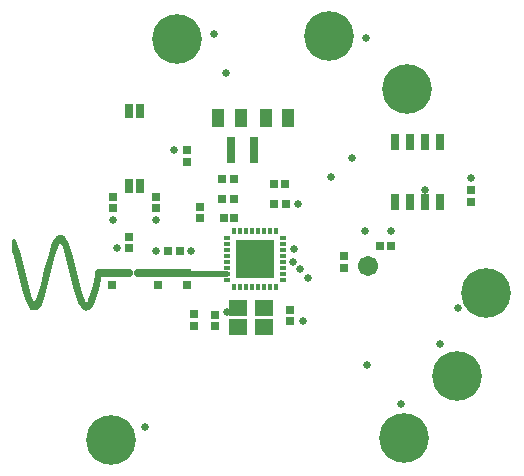
<source format=gts>
%FSLAX44Y44*%
%MOMM*%
G71*
G01*
G75*
G04 Layer_Color=8388736*
%ADD10R,0.5000X0.6000*%
%ADD11R,0.5000X0.5000*%
%ADD12R,0.6000X0.5000*%
%ADD13R,1.4000X1.2000*%
%ADD14R,0.2500X0.5000*%
%ADD15C,1.5000*%
%ADD16R,0.2500X0.4000*%
%ADD17R,0.4000X0.2500*%
%ADD18R,3.2000X3.2000*%
%ADD19R,0.5590X1.1940*%
%ADD20R,0.9000X1.3000*%
%ADD21R,0.6000X1.2000*%
%ADD22R,0.6000X2.0000*%
%ADD23C,4.0000*%
%ADD24C,0.3000*%
%ADD25C,0.5000*%
%ADD26C,0.1500*%
%ADD27C,0.2000*%
%ADD28C,0.4500*%
%ADD29R,6.0700X6.0700*%
%ADD30C,0.0508*%
%ADD31C,0.1000*%
%ADD32R,0.7032X0.8032*%
%ADD33R,0.7032X0.7032*%
%ADD34R,0.8032X0.7032*%
%ADD35R,1.6032X1.4032*%
%ADD36R,0.4532X0.7032*%
%ADD37C,1.7032*%
%ADD38R,0.3516X0.5016*%
%ADD39R,0.5016X0.3516*%
%ADD40R,3.3016X3.3016*%
%ADD41R,0.7622X1.3972*%
%ADD42R,1.1032X1.5032*%
%ADD43R,0.7016X1.3016*%
%ADD44R,0.8032X2.2032*%
%ADD45C,4.2032*%
%ADD46C,0.7032*%
%ADD47C,0.5032*%
%ADD48C,0.6532*%
G36*
X-162974Y19840D02*
X-162949Y19840D01*
X-162908Y19836D01*
X-162867Y19833D01*
X-162842Y19828D01*
X-162816Y19825D01*
X-162777Y19815D01*
X-162737Y19807D01*
X-162712Y19799D01*
X-162687Y19792D01*
X-162650Y19777D01*
X-162611Y19764D01*
X-162587Y19753D01*
X-162563Y19743D01*
X-162528Y19723D01*
X-162491Y19705D01*
X-162470Y19691D01*
X-162447Y19678D01*
X-161584Y19120D01*
X-161565Y19106D01*
X-161546Y19094D01*
X-161541Y19090D01*
X-161531Y19088D01*
X-161525Y19086D01*
X-161520Y19085D01*
X-161463Y19066D01*
X-161404Y19047D01*
X-161399Y19045D01*
X-161394Y19043D01*
X-161340Y19016D01*
X-161284Y18990D01*
X-161279Y18987D01*
X-161274Y18984D01*
X-161225Y18951D01*
X-161172Y18917D01*
X-161168Y18913D01*
X-161163Y18910D01*
X-161119Y18871D01*
X-161071Y18831D01*
X-161067Y18826D01*
X-161063Y18823D01*
X-161024Y18778D01*
X-160982Y18732D01*
X-160487Y18104D01*
X-160455Y18058D01*
X-160424Y18014D01*
X-160418Y18004D01*
X-160411Y17994D01*
X-160407Y17986D01*
X-159768Y17157D01*
X-159731Y17101D01*
X-159695Y17048D01*
X-158720Y15373D01*
X-158694Y15322D01*
X-158667Y15271D01*
X-157173Y11880D01*
X-157156Y11831D01*
X-157137Y11784D01*
X-154929Y5010D01*
X-154922Y4981D01*
X-154913Y4953D01*
X-152221Y-5302D01*
X-152219Y-5311D01*
X-152217Y-5319D01*
X-148941Y-18729D01*
X-147196Y-25356D01*
X-145205Y-31833D01*
X-144018Y-34825D01*
X-142745Y-37189D01*
X-142443Y-36725D01*
X-141744Y-35449D01*
X-141135Y-34012D01*
X-140006Y-30925D01*
X-138975Y-27706D01*
X-137292Y-21793D01*
X-134692Y-11026D01*
X-134691Y-11025D01*
X-134691Y-11024D01*
X-134672Y-10962D01*
X-134652Y-10899D01*
X-134652Y-10898D01*
X-134651Y-10897D01*
X-134623Y-10836D01*
X-134596Y-10778D01*
X-134596Y-10777D01*
X-134595Y-10776D01*
X-134562Y-10724D01*
X-134525Y-10666D01*
X-134524Y-10665D01*
X-134524Y-10664D01*
X-134481Y-10613D01*
X-134440Y-10563D01*
X-134439Y-10563D01*
X-134438Y-10562D01*
X-134385Y-10513D01*
X-134342Y-10473D01*
X-134341Y-10473D01*
X-134340Y-10472D01*
X-134286Y-10434D01*
X-134233Y-10396D01*
X-134232Y-10396D01*
X-134231Y-10395D01*
X-134169Y-10363D01*
X-134115Y-10334D01*
X-134114Y-10334D01*
X-134113Y-10334D01*
X-134045Y-10309D01*
X-133990Y-10288D01*
X-133989Y-10288D01*
X-133988Y-10288D01*
X-133922Y-10273D01*
X-133860Y-10259D01*
X-133859Y-10259D01*
X-133858Y-10259D01*
X-133789Y-10253D01*
X-133727Y-10247D01*
X-133726Y-10247D01*
X-133726Y-10247D01*
X-133654Y-10250D01*
X-133594Y-10253D01*
X-133593Y-10253D01*
X-133592Y-10253D01*
X-133528Y-10264D01*
X-133463Y-10275D01*
X-133462Y-10276D01*
X-133461Y-10276D01*
X-133184Y-10343D01*
X-133034Y-10181D01*
X-133022Y-10170D01*
X-133011Y-10158D01*
X-132974Y-10125D01*
X-132937Y-10090D01*
X-132924Y-10080D01*
X-132912Y-10070D01*
X-132870Y-10041D01*
X-132829Y-10012D01*
X-132815Y-10004D01*
X-132801Y-9995D01*
X-132756Y-9972D01*
X-132712Y-9948D01*
X-132697Y-9943D01*
X-132682Y-9935D01*
X-132425Y-9827D01*
X-132376Y-9810D01*
X-132327Y-9792D01*
X-132313Y-9788D01*
X-132299Y-9784D01*
X-132248Y-9773D01*
X-132198Y-9761D01*
X-131915Y-9714D01*
X-131876Y-9710D01*
X-131838Y-9704D01*
X-131810Y-9704D01*
X-131782Y-9701D01*
X-131743Y-9702D01*
X-131705Y-9701D01*
X-131677Y-9704D01*
X-131649Y-9705D01*
X-131611Y-9711D01*
X-131573Y-9715D01*
X-131336Y-9757D01*
X-131313Y-9762D01*
X-131290Y-9766D01*
X-131248Y-9778D01*
X-131206Y-9788D01*
X-131185Y-9796D01*
X-131162Y-9803D01*
X-130906Y-9896D01*
X-130854Y-9919D01*
X-130800Y-9941D01*
X-130792Y-9946D01*
X-130784Y-9950D01*
X-130735Y-9979D01*
X-130685Y-10008D01*
X-130678Y-10014D01*
X-130670Y-10019D01*
X-130625Y-10055D01*
X-130580Y-10090D01*
X-130380Y-10266D01*
X-130337Y-10310D01*
X-130293Y-10353D01*
X-130106Y-10564D01*
X-130072Y-10607D01*
X-130037Y-10650D01*
X-130031Y-10660D01*
X-130024Y-10669D01*
X-129996Y-10717D01*
X-129967Y-10764D01*
X-129962Y-10774D01*
X-129957Y-10784D01*
X-129935Y-10835D01*
X-129912Y-10885D01*
X-129887Y-10955D01*
X-129875Y-10957D01*
X-129828Y-10963D01*
X-129810Y-10968D01*
X-129791Y-10971D01*
X-129745Y-10985D01*
X-129699Y-10997D01*
X-129682Y-11005D01*
X-129664Y-11010D01*
X-129620Y-11030D01*
X-129576Y-11049D01*
X-129560Y-11058D01*
X-129543Y-11066D01*
X-129502Y-11091D01*
X-129461Y-11115D01*
X-129446Y-11127D01*
X-129430Y-11137D01*
X-129394Y-11167D01*
X-129356Y-11196D01*
X-129342Y-11210D01*
X-129327Y-11222D01*
X-129295Y-11257D01*
X-129262Y-11291D01*
X-129250Y-11306D01*
X-129237Y-11320D01*
X-129210Y-11358D01*
X-129180Y-11396D01*
X-129142Y-11455D01*
X-129107Y-11484D01*
X-129100Y-11492D01*
X-129092Y-11499D01*
X-129056Y-11541D01*
X-129018Y-11583D01*
X-129012Y-11592D01*
X-129005Y-11599D01*
X-128974Y-11646D01*
X-128942Y-11693D01*
X-128937Y-11702D01*
X-128932Y-11710D01*
X-128678Y-12155D01*
X-128664Y-12183D01*
X-128648Y-12211D01*
X-128635Y-12243D01*
X-128619Y-12275D01*
X-128609Y-12305D01*
X-128597Y-12334D01*
X-128588Y-12368D01*
X-128577Y-12401D01*
X-128571Y-12432D01*
X-128563Y-12463D01*
X-128558Y-12497D01*
X-128552Y-12532D01*
X-128550Y-12564D01*
X-128546Y-12595D01*
X-128546Y-12630D01*
X-128544Y-12665D01*
X-128546Y-12696D01*
X-128546Y-12728D01*
X-128551Y-12763D01*
X-128553Y-12798D01*
X-128559Y-12828D01*
X-128563Y-12860D01*
X-128573Y-12894D01*
X-128580Y-12928D01*
X-128590Y-12958D01*
X-128598Y-12988D01*
X-128611Y-13021D01*
X-128623Y-13054D01*
X-128637Y-13083D01*
X-128649Y-13111D01*
X-128667Y-13142D01*
X-128682Y-13173D01*
X-128700Y-13200D01*
X-128716Y-13227D01*
X-128737Y-13254D01*
X-128757Y-13284D01*
X-128778Y-13307D01*
X-128797Y-13332D01*
X-128822Y-13357D01*
X-128845Y-13384D01*
X-128869Y-13404D01*
X-128891Y-13426D01*
X-128919Y-13448D01*
X-128946Y-13471D01*
X-128972Y-13488D01*
X-128997Y-13507D01*
X-129028Y-13525D01*
X-129057Y-13544D01*
X-129085Y-13558D01*
X-129106Y-13570D01*
X-132227Y-25991D01*
X-132234Y-26012D01*
X-132239Y-26035D01*
X-134276Y-32834D01*
X-134287Y-32864D01*
X-134296Y-32894D01*
X-135541Y-36268D01*
X-135561Y-36313D01*
X-135579Y-36358D01*
X-137206Y-39736D01*
X-137217Y-39755D01*
X-137226Y-39775D01*
X-137249Y-39813D01*
X-137271Y-39851D01*
X-137285Y-39869D01*
X-137296Y-39888D01*
X-138528Y-41600D01*
X-138555Y-41633D01*
X-138581Y-41668D01*
X-138598Y-41685D01*
X-138612Y-41703D01*
X-138644Y-41732D01*
X-138674Y-41763D01*
X-139702Y-42685D01*
X-139734Y-42710D01*
X-139765Y-42737D01*
X-139787Y-42751D01*
X-139807Y-42767D01*
X-139842Y-42788D01*
X-139876Y-42811D01*
X-140773Y-43325D01*
X-140788Y-43332D01*
X-140802Y-43341D01*
X-140848Y-43361D01*
X-140892Y-43383D01*
X-140908Y-43389D01*
X-140924Y-43395D01*
X-140972Y-43410D01*
X-141019Y-43426D01*
X-141035Y-43429D01*
X-141051Y-43434D01*
X-142379Y-43738D01*
X-142434Y-43747D01*
X-142490Y-43758D01*
X-142500Y-43758D01*
X-142510Y-43760D01*
X-142567Y-43761D01*
X-142623Y-43764D01*
X-142633Y-43763D01*
X-142643Y-43764D01*
X-142699Y-43758D01*
X-142755Y-43753D01*
X-144078Y-43558D01*
X-144102Y-43552D01*
X-144127Y-43549D01*
X-144167Y-43538D01*
X-144208Y-43530D01*
X-144232Y-43521D01*
X-144256Y-43515D01*
X-144294Y-43499D01*
X-144333Y-43485D01*
X-144356Y-43473D01*
X-144379Y-43464D01*
X-145482Y-42920D01*
X-145531Y-42891D01*
X-145582Y-42863D01*
X-145589Y-42858D01*
X-145597Y-42853D01*
X-145642Y-42818D01*
X-145689Y-42784D01*
X-146681Y-41946D01*
X-146704Y-41924D01*
X-146728Y-41903D01*
X-146752Y-41877D01*
X-146777Y-41853D01*
X-146796Y-41828D01*
X-146818Y-41805D01*
X-147521Y-40927D01*
X-147554Y-40880D01*
X-147587Y-40835D01*
X-148556Y-39302D01*
X-148581Y-39256D01*
X-148608Y-39209D01*
X-149525Y-37355D01*
X-149541Y-37315D01*
X-149560Y-37275D01*
X-150881Y-33897D01*
X-150892Y-33860D01*
X-150906Y-33825D01*
X-152989Y-27043D01*
X-152994Y-27022D01*
X-153000Y-27003D01*
X-154782Y-20216D01*
X-154783Y-20207D01*
X-154786Y-20199D01*
X-158086Y-6669D01*
X-160719Y3307D01*
X-162780Y9665D01*
X-164062Y12550D01*
X-164732Y13704D01*
X-164745Y13719D01*
X-165642Y12154D01*
X-166876Y9217D01*
X-168939Y2828D01*
X-172360Y-10527D01*
X-175711Y-24059D01*
X-175716Y-24074D01*
X-175719Y-24089D01*
X-177622Y-30865D01*
X-177631Y-30890D01*
X-177638Y-30916D01*
X-178778Y-34286D01*
X-178792Y-34319D01*
X-178803Y-34353D01*
X-180591Y-38618D01*
X-180601Y-38637D01*
X-180608Y-38657D01*
X-180630Y-38697D01*
X-180651Y-38737D01*
X-180662Y-38755D01*
X-180673Y-38774D01*
X-182324Y-41353D01*
X-182348Y-41386D01*
X-182370Y-41420D01*
X-182387Y-41439D01*
X-182403Y-41460D01*
X-182431Y-41489D01*
X-182458Y-41520D01*
X-183305Y-42375D01*
X-183344Y-42410D01*
X-183383Y-42447D01*
X-183394Y-42455D01*
X-183405Y-42463D01*
X-183448Y-42493D01*
X-183492Y-42524D01*
X-184804Y-43337D01*
X-184810Y-43341D01*
X-184815Y-43345D01*
X-184869Y-43372D01*
X-184921Y-43400D01*
X-184928Y-43403D01*
X-184934Y-43406D01*
X-184990Y-43426D01*
X-185046Y-43447D01*
X-185053Y-43448D01*
X-185059Y-43451D01*
X-185118Y-43464D01*
X-185176Y-43477D01*
X-185182Y-43478D01*
X-185189Y-43479D01*
X-186245Y-43637D01*
X-186274Y-43652D01*
X-186285Y-43656D01*
X-186295Y-43661D01*
X-186348Y-43679D01*
X-186399Y-43698D01*
X-186410Y-43700D01*
X-186421Y-43704D01*
X-186475Y-43715D01*
X-186529Y-43727D01*
X-186541Y-43728D01*
X-186552Y-43730D01*
X-186607Y-43734D01*
X-186662Y-43739D01*
X-187029Y-43747D01*
X-187032Y-43747D01*
X-187034Y-43747D01*
X-187094Y-43744D01*
X-187162Y-43741D01*
X-187165Y-43741D01*
X-187167Y-43741D01*
X-187230Y-43729D01*
X-187294Y-43718D01*
X-187295Y-43717D01*
X-187298Y-43717D01*
X-187360Y-43697D01*
X-187421Y-43678D01*
X-187423Y-43677D01*
X-187425Y-43676D01*
X-187481Y-43650D01*
X-187493Y-43644D01*
X-188960Y-43215D01*
X-189008Y-43198D01*
X-189057Y-43182D01*
X-189071Y-43175D01*
X-189086Y-43170D01*
X-189131Y-43146D01*
X-189177Y-43124D01*
X-189190Y-43115D01*
X-189204Y-43108D01*
X-189246Y-43079D01*
X-189288Y-43051D01*
X-190388Y-42221D01*
X-190419Y-42193D01*
X-190452Y-42168D01*
X-190470Y-42150D01*
X-190488Y-42134D01*
X-190516Y-42103D01*
X-190546Y-42073D01*
X-191362Y-41124D01*
X-191363Y-41123D01*
X-191364Y-41122D01*
X-191403Y-41070D01*
X-191442Y-41018D01*
X-191443Y-41017D01*
X-191444Y-41015D01*
X-192493Y-39403D01*
X-192496Y-39397D01*
X-192501Y-39391D01*
X-192529Y-39339D01*
X-192558Y-39287D01*
X-192561Y-39281D01*
X-192564Y-39274D01*
X-194145Y-35843D01*
X-194165Y-35791D01*
X-194186Y-35740D01*
X-196440Y-28997D01*
X-196448Y-28968D01*
X-196458Y-28940D01*
X-198290Y-22153D01*
X-198293Y-22142D01*
X-198296Y-22131D01*
X-201623Y-8592D01*
X-201624Y-8592D01*
X-203296Y-1901D01*
X-205114Y4688D01*
X-205249Y5070D01*
X-205259Y5108D01*
X-205272Y5145D01*
X-205277Y5172D01*
X-205285Y5198D01*
X-205290Y5237D01*
X-205298Y5276D01*
X-205300Y5303D01*
X-205304Y5330D01*
X-205304Y5369D01*
X-205307Y5409D01*
Y16000D01*
X-205303Y16062D01*
X-205299Y16123D01*
X-205298Y16128D01*
X-205298Y16133D01*
X-205286Y16194D01*
X-205275Y16254D01*
X-205273Y16259D01*
X-205272Y16264D01*
X-205252Y16322D01*
X-205233Y16380D01*
X-205231Y16385D01*
X-205229Y16390D01*
X-205202Y16445D01*
X-205175Y16500D01*
X-205173Y16505D01*
X-205170Y16509D01*
X-205137Y16559D01*
X-205103Y16612D01*
X-205099Y16616D01*
X-205096Y16620D01*
X-205056Y16666D01*
X-205016Y16713D01*
X-205012Y16716D01*
X-205009Y16720D01*
X-204962Y16761D01*
X-204916Y16802D01*
X-204912Y16805D01*
X-204908Y16808D01*
X-204858Y16842D01*
X-204806Y16877D01*
X-204802Y16879D01*
X-204798Y16882D01*
X-204743Y16909D01*
X-204688Y16937D01*
X-204683Y16939D01*
X-204678Y16941D01*
X-204620Y16961D01*
X-204562Y16981D01*
X-204557Y16982D01*
X-204552Y16984D01*
X-204493Y16996D01*
X-204432Y17008D01*
X-204426Y17009D01*
X-204422Y17010D01*
X-204361Y17014D01*
X-204299Y17018D01*
X-204294Y17018D01*
X-204289Y17018D01*
X-204227Y17014D01*
X-204166Y17011D01*
X-204161Y17010D01*
X-204156Y17010D01*
X-204095Y16998D01*
X-204035Y16986D01*
X-204030Y16985D01*
X-204025Y16984D01*
X-203966Y16964D01*
X-203908Y16945D01*
X-203904Y16943D01*
X-203899Y16941D01*
X-203844Y16914D01*
X-203788Y16887D01*
X-203784Y16884D01*
X-203780Y16882D01*
X-203729Y16849D01*
X-203677Y16814D01*
X-203673Y16811D01*
X-203669Y16808D01*
X-203623Y16768D01*
X-203576Y16727D01*
X-203573Y16724D01*
X-203569Y16720D01*
X-203528Y16674D01*
X-203487Y16628D01*
X-203484Y16624D01*
X-203481Y16620D01*
X-203447Y16569D01*
X-203412Y16518D01*
X-202587Y15122D01*
X-202564Y15077D01*
X-202540Y15032D01*
X-201756Y13338D01*
X-201744Y13307D01*
X-201729Y13275D01*
X-200436Y9905D01*
X-200427Y9874D01*
X-200416Y9844D01*
X-199350Y6445D01*
X-199346Y6428D01*
X-199340Y6412D01*
X-197462Y-366D01*
X-197459Y-378D01*
X-197455Y-390D01*
X-195757Y-7141D01*
X-195757Y-7144D01*
X-195756Y-7147D01*
X-192453Y-20628D01*
X-190656Y-27260D01*
X-189676Y-30475D01*
X-188553Y-33569D01*
X-187276Y-36370D01*
X-186763Y-37147D01*
X-186008Y-35911D01*
X-184447Y-32245D01*
X-183398Y-29098D01*
X-181554Y-22554D01*
X-178230Y-9107D01*
X-178229Y-9103D01*
X-178228Y-9098D01*
X-174750Y4458D01*
X-174741Y4486D01*
X-174734Y4514D01*
X-172603Y11208D01*
X-172586Y11252D01*
X-172570Y11298D01*
X-171088Y14777D01*
X-171088Y14777D01*
X-171088Y14777D01*
Y14777D01*
X-171085Y14783D01*
X-171028Y14896D01*
X-169530Y17434D01*
X-169517Y17452D01*
X-169506Y17471D01*
X-169480Y17507D01*
X-169455Y17544D01*
X-169440Y17560D01*
X-169427Y17578D01*
X-168676Y18456D01*
X-168656Y18476D01*
X-168638Y18497D01*
X-168610Y18523D01*
X-168583Y18551D01*
X-168564Y18566D01*
X-168561Y18575D01*
X-168560Y18578D01*
X-168560Y18580D01*
X-168536Y18640D01*
X-168512Y18699D01*
X-168510Y18701D01*
X-168509Y18704D01*
X-168477Y18760D01*
X-168446Y18815D01*
X-168445Y18817D01*
X-168444Y18819D01*
X-168405Y18870D01*
X-168367Y18922D01*
X-168365Y18923D01*
X-168363Y18925D01*
X-168318Y18971D01*
X-168273Y19017D01*
X-168271Y19018D01*
X-168269Y19020D01*
X-168220Y19059D01*
X-168169Y19099D01*
X-168166Y19100D01*
X-168164Y19102D01*
X-168109Y19134D01*
X-168054Y19167D01*
X-167326Y19535D01*
X-167301Y19546D01*
X-167277Y19559D01*
X-167240Y19572D01*
X-166873Y19745D01*
X-166851Y19754D01*
X-166829Y19764D01*
X-166789Y19778D01*
X-166749Y19793D01*
X-166726Y19799D01*
X-166703Y19807D01*
X-166661Y19815D01*
X-166620Y19826D01*
X-166596Y19828D01*
X-166572Y19833D01*
X-166530Y19836D01*
X-166488Y19841D01*
X-166463Y19840D01*
X-166440Y19842D01*
X-163000D01*
X-162974Y19840D01*
D02*
G37*
D32*
X-17750Y67250D02*
D03*
X-27750D02*
D03*
X-17500Y50500D02*
D03*
X-27500D02*
D03*
X-63750Y6750D02*
D03*
X-73750D02*
D03*
X105500Y10750D02*
D03*
X115500D02*
D03*
X16000Y46750D02*
D03*
X26000D02*
D03*
X15750Y63250D02*
D03*
X25750D02*
D03*
D33*
X-26500Y34250D02*
D03*
X-17500D02*
D03*
D34*
X-120500Y52750D02*
D03*
Y42750D02*
D03*
X-83500Y52750D02*
D03*
Y42750D02*
D03*
X-46750Y34250D02*
D03*
Y44250D02*
D03*
X-57500Y-12000D02*
D03*
Y-22000D02*
D03*
X-82000Y-12000D02*
D03*
Y-22000D02*
D03*
X-121000Y-12000D02*
D03*
Y-22000D02*
D03*
X-106500Y18750D02*
D03*
Y8750D02*
D03*
X-52000Y-47000D02*
D03*
Y-57000D02*
D03*
X-34000Y-57250D02*
D03*
Y-47250D02*
D03*
X30000Y-43000D02*
D03*
Y-53000D02*
D03*
X75500Y-7500D02*
D03*
Y2500D02*
D03*
X183000Y48500D02*
D03*
Y58500D02*
D03*
X-57750Y92250D02*
D03*
Y82250D02*
D03*
D35*
X-14000Y-42000D02*
D03*
X8000D02*
D03*
Y-58000D02*
D03*
X-14000D02*
D03*
D36*
X-106750Y-12000D02*
D03*
X-99250D02*
D03*
D37*
X95500Y-6000D02*
D03*
D38*
X-17500Y23570D02*
D03*
X-12500D02*
D03*
X-7500D02*
D03*
X-2500D02*
D03*
X2500D02*
D03*
X7500D02*
D03*
X12500D02*
D03*
X17500D02*
D03*
Y-23570D02*
D03*
X12500D02*
D03*
X7500D02*
D03*
X2500D02*
D03*
X-2500D02*
D03*
X-7500D02*
D03*
X-12500D02*
D03*
X-17500D02*
D03*
D39*
X23570Y17500D02*
D03*
Y12500D02*
D03*
Y7500D02*
D03*
Y2500D02*
D03*
Y-2500D02*
D03*
Y-7500D02*
D03*
Y-12500D02*
D03*
Y-17500D02*
D03*
X-23570D02*
D03*
Y-12500D02*
D03*
Y-7500D02*
D03*
Y-2500D02*
D03*
Y2500D02*
D03*
Y7500D02*
D03*
Y12500D02*
D03*
Y17500D02*
D03*
D40*
X0Y0D02*
D03*
D41*
X157050Y98520D02*
D03*
X144350D02*
D03*
X131650D02*
D03*
X118950D02*
D03*
X157050Y47980D02*
D03*
X144350D02*
D03*
X131650D02*
D03*
X118950D02*
D03*
D42*
X-31000Y119000D02*
D03*
X-12000D02*
D03*
X28000D02*
D03*
X9000D02*
D03*
D43*
X-97500Y61750D02*
D03*
Y124750D02*
D03*
X-106500D02*
D03*
Y61750D02*
D03*
D44*
X-1000Y92000D02*
D03*
X-20000D02*
D03*
D45*
X-66000Y186000D02*
D03*
X196000Y-29000D02*
D03*
X63000Y188500D02*
D03*
X171000Y-99000D02*
D03*
X126000Y-152000D02*
D03*
X-121500Y-153250D02*
D03*
X128500Y144000D02*
D03*
D46*
X-99250Y-12000D02*
X-82000D01*
X-121000D02*
X-106750D01*
X-132000D02*
X-121000D01*
X-82000D02*
X-57500D01*
D47*
X-57250Y-12500D02*
X-23320D01*
D48*
X-132000Y-12000D02*
D03*
X500Y-10500D02*
D03*
X12250D02*
D03*
Y750D02*
D03*
X-11500Y-9750D02*
D03*
X0Y0D02*
D03*
X-92750Y-142500D02*
D03*
X-68250Y92250D02*
D03*
X-54000Y6750D02*
D03*
X93000Y23250D02*
D03*
X-35000Y190250D02*
D03*
X172250Y-42000D02*
D03*
X44750Y-16250D02*
D03*
X38000Y-9000D02*
D03*
X33250Y8500D02*
D03*
X32500Y-2500D02*
D03*
X-11750Y12000D02*
D03*
X0D02*
D03*
X11500D02*
D03*
X-11500Y1500D02*
D03*
X-83500Y32500D02*
D03*
X-120500D02*
D03*
X-116750Y8750D02*
D03*
X-84000Y6750D02*
D03*
X144350Y58230D02*
D03*
X183000Y68750D02*
D03*
X-24250Y157250D02*
D03*
X95250Y-89750D02*
D03*
X82500Y85750D02*
D03*
X36250Y46750D02*
D03*
X40250Y-53000D02*
D03*
X123250Y-122500D02*
D03*
X157000Y-72500D02*
D03*
X94125Y186625D02*
D03*
X115500Y23250D02*
D03*
X64500Y69000D02*
D03*
X-24000Y-45000D02*
D03*
M02*

</source>
